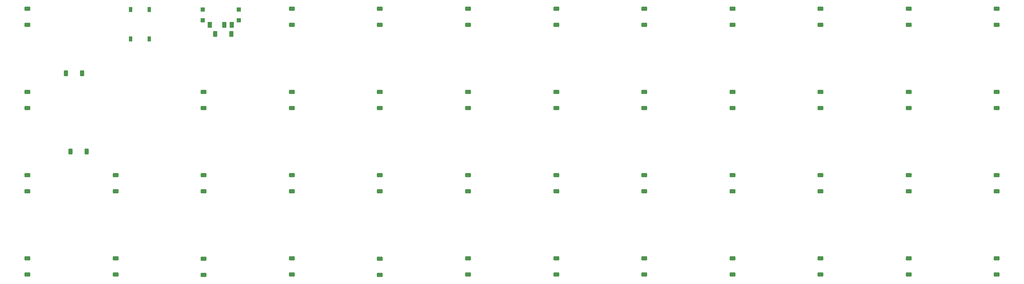
<source format=gbr>
%TF.GenerationSoftware,KiCad,Pcbnew,9.0.3-1.fc42*%
%TF.CreationDate,2025-08-13T23:51:54-04:00*%
%TF.ProjectId,48ish_soldered,34386973-685f-4736-9f6c-64657265642e,v1.0.0*%
%TF.SameCoordinates,Original*%
%TF.FileFunction,Paste,Bot*%
%TF.FilePolarity,Positive*%
%FSLAX46Y46*%
G04 Gerber Fmt 4.6, Leading zero omitted, Abs format (unit mm)*
G04 Created by KiCad (PCBNEW 9.0.3-1.fc42) date 2025-08-13 23:51:54*
%MOMM*%
%LPD*%
G01*
G04 APERTURE LIST*
G04 Aperture macros list*
%AMRoundRect*
0 Rectangle with rounded corners*
0 $1 Rounding radius*
0 $2 $3 $4 $5 $6 $7 $8 $9 X,Y pos of 4 corners*
0 Add a 4 corners polygon primitive as box body*
4,1,4,$2,$3,$4,$5,$6,$7,$8,$9,$2,$3,0*
0 Add four circle primitives for the rounded corners*
1,1,$1+$1,$2,$3*
1,1,$1+$1,$4,$5*
1,1,$1+$1,$6,$7*
1,1,$1+$1,$8,$9*
0 Add four rect primitives between the rounded corners*
20,1,$1+$1,$2,$3,$4,$5,0*
20,1,$1+$1,$4,$5,$6,$7,0*
20,1,$1+$1,$6,$7,$8,$9,0*
20,1,$1+$1,$8,$9,$2,$3,0*%
G04 Aperture macros list end*
%ADD10R,0.900000X0.900000*%
%ADD11R,0.900000X1.250000*%
%ADD12R,0.750000X1.000000*%
%ADD13RoundRect,0.225000X-0.375000X0.225000X-0.375000X-0.225000X0.375000X-0.225000X0.375000X0.225000X0*%
%ADD14RoundRect,0.225000X0.225000X0.375000X-0.225000X0.375000X-0.225000X-0.375000X0.225000X-0.375000X0*%
%ADD15RoundRect,0.225000X-0.225000X-0.375000X0.225000X-0.375000X0.225000X0.375000X-0.225000X0.375000X0*%
G04 APERTURE END LIST*
D10*
%TO.C,S1*%
X43300000Y75500000D03*
X43300000Y73300000D03*
X50700000Y75500000D03*
X50700000Y73300000D03*
D11*
X44750000Y72325000D03*
X47750000Y72325000D03*
X49250000Y72325000D03*
%TD*%
D12*
%TO.C,S2*%
X28625000Y75500000D03*
X28625000Y69500000D03*
X32375000Y75500000D03*
X32375000Y69500000D03*
%TD*%
D13*
%TO.C,D21*%
X97500000Y24650000D03*
X97500000Y21350000D03*
%TD*%
%TO.C,D23*%
X97500000Y58650000D03*
X97500000Y55350000D03*
%TD*%
%TO.C,D41*%
X169500000Y75650000D03*
X169500000Y72350000D03*
%TD*%
D14*
%TO.C,D12*%
X49150000Y70500000D03*
X45850000Y70500000D03*
%TD*%
D13*
%TO.C,D5*%
X25500000Y24650000D03*
X25500000Y21350000D03*
%TD*%
%TO.C,D42*%
X187500000Y24650000D03*
X187500000Y21350000D03*
%TD*%
%TO.C,D30*%
X133500000Y24650000D03*
X133500000Y21350000D03*
%TD*%
%TO.C,D37*%
X151500000Y75650000D03*
X151500000Y72350000D03*
%TD*%
%TO.C,D4*%
X7500000Y75650000D03*
X7500000Y72350000D03*
%TD*%
%TO.C,D18*%
X79500000Y41650000D03*
X79500000Y38350000D03*
%TD*%
%TO.C,D19*%
X79500000Y58650000D03*
X79500000Y55350000D03*
%TD*%
%TO.C,D10*%
X43500000Y41650000D03*
X43500000Y38350000D03*
%TD*%
%TO.C,D43*%
X187500000Y41650000D03*
X187500000Y38350000D03*
%TD*%
%TO.C,D31*%
X133500000Y41650000D03*
X133500000Y38350000D03*
%TD*%
%TO.C,D45*%
X187500000Y75650000D03*
X187500000Y72350000D03*
%TD*%
%TO.C,D39*%
X169500000Y41650000D03*
X169500000Y38350000D03*
%TD*%
D15*
%TO.C,D8*%
X15350000Y62500000D03*
X18650000Y62500000D03*
%TD*%
D13*
%TO.C,D17*%
X79500000Y24500000D03*
X79500000Y21200000D03*
%TD*%
%TO.C,D2*%
X7500000Y41650000D03*
X7500000Y38350000D03*
%TD*%
%TO.C,D33*%
X133500000Y75650000D03*
X133500000Y72350000D03*
%TD*%
%TO.C,D20*%
X79500000Y75650000D03*
X79500000Y72350000D03*
%TD*%
%TO.C,D49*%
X205500000Y75650000D03*
X205500000Y72350000D03*
%TD*%
%TO.C,D11*%
X43500000Y58650000D03*
X43500000Y55350000D03*
%TD*%
%TO.C,D36*%
X151500000Y58650000D03*
X151500000Y55350000D03*
%TD*%
%TO.C,D35*%
X151500000Y41650000D03*
X151500000Y38350000D03*
%TD*%
%TO.C,D3*%
X7500000Y58650000D03*
X7500000Y55350000D03*
%TD*%
%TO.C,D27*%
X115500000Y41650000D03*
X115500000Y38350000D03*
%TD*%
%TO.C,D22*%
X97500000Y41650000D03*
X97500000Y38350000D03*
%TD*%
D15*
%TO.C,D7*%
X16350000Y46500000D03*
X19650000Y46500000D03*
%TD*%
D13*
%TO.C,D13*%
X61500000Y24650000D03*
X61500000Y21350000D03*
%TD*%
%TO.C,D26*%
X115500000Y24650000D03*
X115500000Y21350000D03*
%TD*%
%TO.C,D6*%
X25500000Y41650000D03*
X25500000Y38350000D03*
%TD*%
%TO.C,D1*%
X7500000Y24650000D03*
X7500000Y21350000D03*
%TD*%
%TO.C,D47*%
X205500000Y41650000D03*
X205500000Y38350000D03*
%TD*%
%TO.C,D16*%
X61500000Y75650000D03*
X61500000Y72350000D03*
%TD*%
%TO.C,D44*%
X187500000Y58650000D03*
X187500000Y55350000D03*
%TD*%
%TO.C,D24*%
X97500000Y75650000D03*
X97500000Y72350000D03*
%TD*%
%TO.C,D40*%
X169500000Y58650000D03*
X169500000Y55350000D03*
%TD*%
%TO.C,D9*%
X43500000Y24500000D03*
X43500000Y21200000D03*
%TD*%
%TO.C,D28*%
X115500000Y58650000D03*
X115500000Y55350000D03*
%TD*%
%TO.C,D34*%
X151500000Y24650000D03*
X151500000Y21350000D03*
%TD*%
%TO.C,D46*%
X205500000Y24650000D03*
X205500000Y21350000D03*
%TD*%
%TO.C,D32*%
X133500000Y58650000D03*
X133500000Y55350000D03*
%TD*%
%TO.C,D15*%
X61500000Y58650000D03*
X61500000Y55350000D03*
%TD*%
%TO.C,D29*%
X115500000Y75650000D03*
X115500000Y72350000D03*
%TD*%
%TO.C,D48*%
X205500000Y58650000D03*
X205500000Y55350000D03*
%TD*%
%TO.C,D38*%
X169500000Y24650000D03*
X169500000Y21350000D03*
%TD*%
%TO.C,D14*%
X61500000Y41650000D03*
X61500000Y38350000D03*
%TD*%
M02*

</source>
